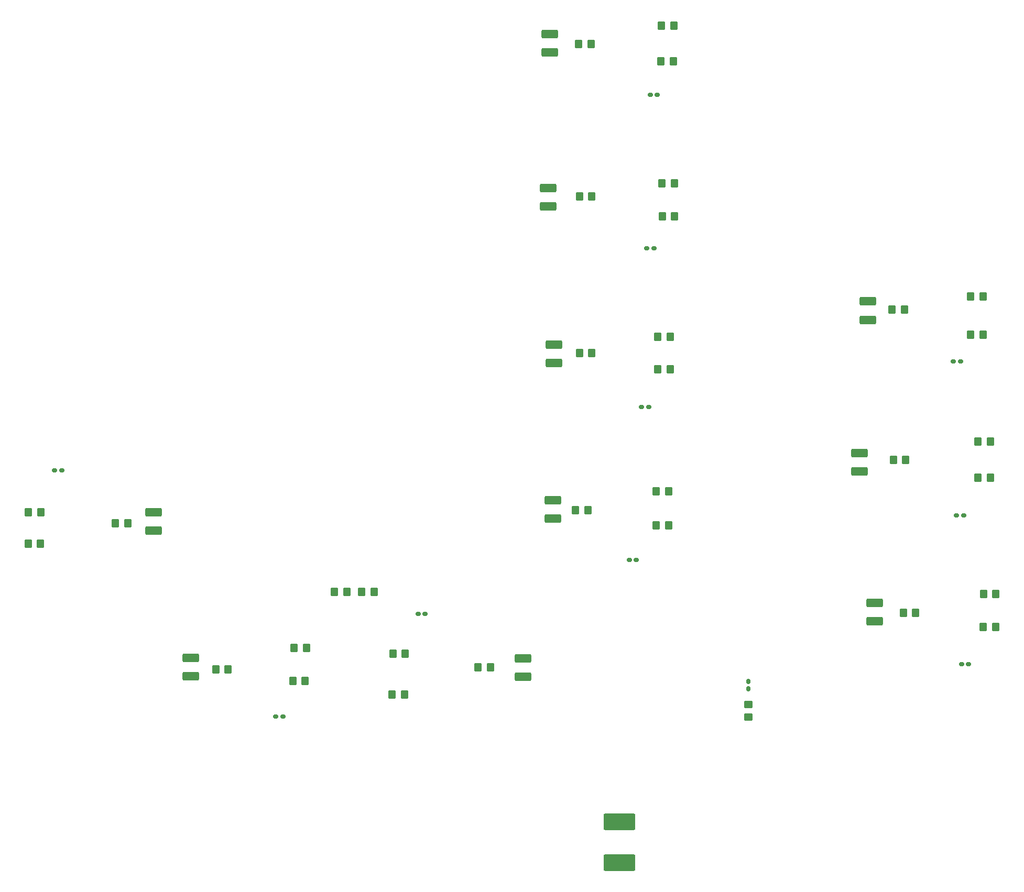
<source format=gbr>
%TF.GenerationSoftware,KiCad,Pcbnew,(6.0.5-0)*%
%TF.CreationDate,2024-02-03T23:16:40-05:00*%
%TF.ProjectId,RoboBoat PCB,526f626f-426f-4617-9420-5043422e6b69,rev?*%
%TF.SameCoordinates,Original*%
%TF.FileFunction,Paste,Top*%
%TF.FilePolarity,Positive*%
%FSLAX46Y46*%
G04 Gerber Fmt 4.6, Leading zero omitted, Abs format (unit mm)*
G04 Created by KiCad (PCBNEW (6.0.5-0)) date 2024-02-03 23:16:40*
%MOMM*%
%LPD*%
G01*
G04 APERTURE LIST*
G04 Aperture macros list*
%AMRoundRect*
0 Rectangle with rounded corners*
0 $1 Rounding radius*
0 $2 $3 $4 $5 $6 $7 $8 $9 X,Y pos of 4 corners*
0 Add a 4 corners polygon primitive as box body*
4,1,4,$2,$3,$4,$5,$6,$7,$8,$9,$2,$3,0*
0 Add four circle primitives for the rounded corners*
1,1,$1+$1,$2,$3*
1,1,$1+$1,$4,$5*
1,1,$1+$1,$6,$7*
1,1,$1+$1,$8,$9*
0 Add four rect primitives between the rounded corners*
20,1,$1+$1,$2,$3,$4,$5,0*
20,1,$1+$1,$4,$5,$6,$7,0*
20,1,$1+$1,$6,$7,$8,$9,0*
20,1,$1+$1,$8,$9,$2,$3,0*%
G04 Aperture macros list end*
%ADD10RoundRect,0.250001X1.074999X-0.462499X1.074999X0.462499X-1.074999X0.462499X-1.074999X-0.462499X0*%
%ADD11RoundRect,0.160000X0.222500X0.160000X-0.222500X0.160000X-0.222500X-0.160000X0.222500X-0.160000X0*%
%ADD12RoundRect,0.250000X0.350000X0.450000X-0.350000X0.450000X-0.350000X-0.450000X0.350000X-0.450000X0*%
%ADD13RoundRect,0.250000X-0.450000X0.350000X-0.450000X-0.350000X0.450000X-0.350000X0.450000X0.350000X0*%
%ADD14RoundRect,0.160000X-0.160000X0.222500X-0.160000X-0.222500X0.160000X-0.222500X0.160000X0.222500X0*%
%ADD15RoundRect,0.160000X-0.222500X-0.160000X0.222500X-0.160000X0.222500X0.160000X-0.222500X0.160000X0*%
%ADD16RoundRect,0.250000X-0.350000X-0.450000X0.350000X-0.450000X0.350000X0.450000X-0.350000X0.450000X0*%
%ADD17RoundRect,0.250001X2.324999X-1.074999X2.324999X1.074999X-2.324999X1.074999X-2.324999X-1.074999X0*%
%ADD18RoundRect,0.250001X-1.074999X0.462499X-1.074999X-0.462499X1.074999X-0.462499X1.074999X0.462499X0*%
G04 APERTURE END LIST*
D10*
%TO.C,D20*%
X198100000Y-152137500D03*
X198100000Y-149162500D03*
%TD*%
D11*
%TO.C,D16*%
X213322500Y-159050000D03*
X212177500Y-159050000D03*
%TD*%
%TO.C,D8*%
X212522500Y-135017500D03*
X211377500Y-135017500D03*
%TD*%
%TO.C,D22*%
X212007500Y-110150000D03*
X210862500Y-110150000D03*
%TD*%
D12*
%TO.C,R9*%
X77487500Y-136250000D03*
X75487500Y-136250000D03*
%TD*%
D13*
%TO.C,R6*%
X177750000Y-165600000D03*
X177750000Y-167600000D03*
%TD*%
D14*
%TO.C,D5*%
X177750000Y-161850000D03*
X177750000Y-162995000D03*
%TD*%
D10*
%TO.C,D21*%
X145600000Y-60187500D03*
X145600000Y-57212500D03*
%TD*%
D11*
%TO.C,D4*%
X161607500Y-117500000D03*
X160462500Y-117500000D03*
%TD*%
D12*
%TO.C,R29*%
X165587500Y-61600000D03*
X163587500Y-61600000D03*
%TD*%
D11*
%TO.C,D15*%
X162457500Y-91800000D03*
X161312500Y-91800000D03*
%TD*%
D12*
%TO.C,R27*%
X165112500Y-111400000D03*
X163112500Y-111400000D03*
%TD*%
D15*
%TO.C,D14*%
X124377500Y-150950000D03*
X125522500Y-150950000D03*
%TD*%
D12*
%TO.C,R26*%
X164850000Y-136600000D03*
X162850000Y-136600000D03*
%TD*%
D16*
%TO.C,R14*%
X120187500Y-164000000D03*
X122187500Y-164000000D03*
%TD*%
%TO.C,R21*%
X150300000Y-58800000D03*
X152300000Y-58800000D03*
%TD*%
%TO.C,R12*%
X150437500Y-108800000D03*
X152437500Y-108800000D03*
%TD*%
%TO.C,R1*%
X61362500Y-139600000D03*
X63362500Y-139600000D03*
%TD*%
%TO.C,R13*%
X201137500Y-126000000D03*
X203137500Y-126000000D03*
%TD*%
D10*
%TO.C,D19*%
X145400000Y-85037500D03*
X145400000Y-82062500D03*
%TD*%
D12*
%TO.C,R18*%
X136037500Y-159600000D03*
X134037500Y-159600000D03*
%TD*%
%TO.C,R28*%
X216850000Y-128900000D03*
X214850000Y-128900000D03*
%TD*%
D16*
%TO.C,R19*%
X150437500Y-83450000D03*
X152437500Y-83450000D03*
%TD*%
D17*
%TO.C,D24*%
X156900000Y-191125000D03*
X156900000Y-184575000D03*
%TD*%
D10*
%TO.C,D12*%
X146350000Y-110387500D03*
X146350000Y-107412500D03*
%TD*%
D16*
%TO.C,R10*%
X91692500Y-159890000D03*
X93692500Y-159890000D03*
%TD*%
D11*
%TO.C,D3*%
X159622500Y-142200000D03*
X158477500Y-142200000D03*
%TD*%
D18*
%TO.C,D18*%
X141300000Y-158112500D03*
X141300000Y-161087500D03*
%TD*%
D12*
%TO.C,R34*%
X215662500Y-99600000D03*
X213662500Y-99600000D03*
%TD*%
%TO.C,R17*%
X165712500Y-55850000D03*
X163712500Y-55850000D03*
%TD*%
%TO.C,R16*%
X217712500Y-147700000D03*
X215712500Y-147700000D03*
%TD*%
D10*
%TO.C,D10*%
X87680000Y-161027500D03*
X87680000Y-158052500D03*
%TD*%
%TO.C,D13*%
X195700000Y-127937500D03*
X195700000Y-124962500D03*
%TD*%
D12*
%TO.C,R33*%
X217700000Y-153000000D03*
X215700000Y-153000000D03*
%TD*%
%TO.C,R15*%
X165762500Y-81300000D03*
X163762500Y-81300000D03*
%TD*%
D16*
%TO.C,R20*%
X202762500Y-150750000D03*
X204762500Y-150750000D03*
%TD*%
%TO.C,R11*%
X149800000Y-134150000D03*
X151800000Y-134150000D03*
%TD*%
D10*
%TO.C,D23*%
X197050000Y-103387500D03*
X197050000Y-100412500D03*
%TD*%
D16*
%TO.C,R24*%
X61387500Y-134500000D03*
X63387500Y-134500000D03*
%TD*%
%TO.C,R23*%
X115250000Y-147400000D03*
X117250000Y-147400000D03*
%TD*%
D12*
%TO.C,R4*%
X165112500Y-106100000D03*
X163112500Y-106100000D03*
%TD*%
%TO.C,R5*%
X216850000Y-123100000D03*
X214850000Y-123100000D03*
%TD*%
D16*
%TO.C,R35*%
X200962500Y-101700000D03*
X202962500Y-101700000D03*
%TD*%
D12*
%TO.C,R2*%
X106330000Y-156390000D03*
X104330000Y-156390000D03*
%TD*%
D10*
%TO.C,D11*%
X146150000Y-135487500D03*
X146150000Y-132512500D03*
%TD*%
D18*
%TO.C,D9*%
X81600000Y-134512500D03*
X81600000Y-137487500D03*
%TD*%
D11*
%TO.C,D2*%
X102502500Y-167490000D03*
X101357500Y-167490000D03*
%TD*%
D15*
%TO.C,D1*%
X65642500Y-127700000D03*
X66787500Y-127700000D03*
%TD*%
D11*
%TO.C,D17*%
X163007500Y-67000000D03*
X161862500Y-67000000D03*
%TD*%
D16*
%TO.C,R22*%
X110840000Y-147400000D03*
X112840000Y-147400000D03*
%TD*%
D12*
%TO.C,R25*%
X106130000Y-161740000D03*
X104130000Y-161740000D03*
%TD*%
D16*
%TO.C,R31*%
X120287500Y-157400000D03*
X122287500Y-157400000D03*
%TD*%
D12*
%TO.C,R32*%
X215637500Y-105800000D03*
X213637500Y-105800000D03*
%TD*%
%TO.C,R30*%
X165812500Y-86650000D03*
X163812500Y-86650000D03*
%TD*%
%TO.C,R3*%
X164850000Y-131100000D03*
X162850000Y-131100000D03*
%TD*%
M02*

</source>
